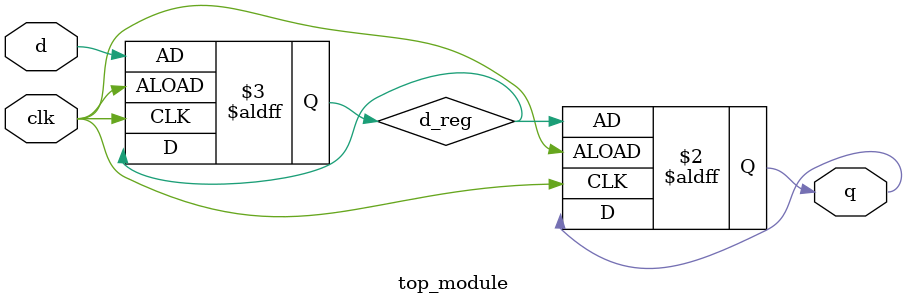
<source format=sv>
module top_module(
    input clk,
    input d,
    output reg q
);

    reg d_reg;

    always @(posedge clk, negedge clk) begin
        if (clk) begin
            d_reg <= d;
            q <= d_reg;
        end
    end

endmodule

</source>
